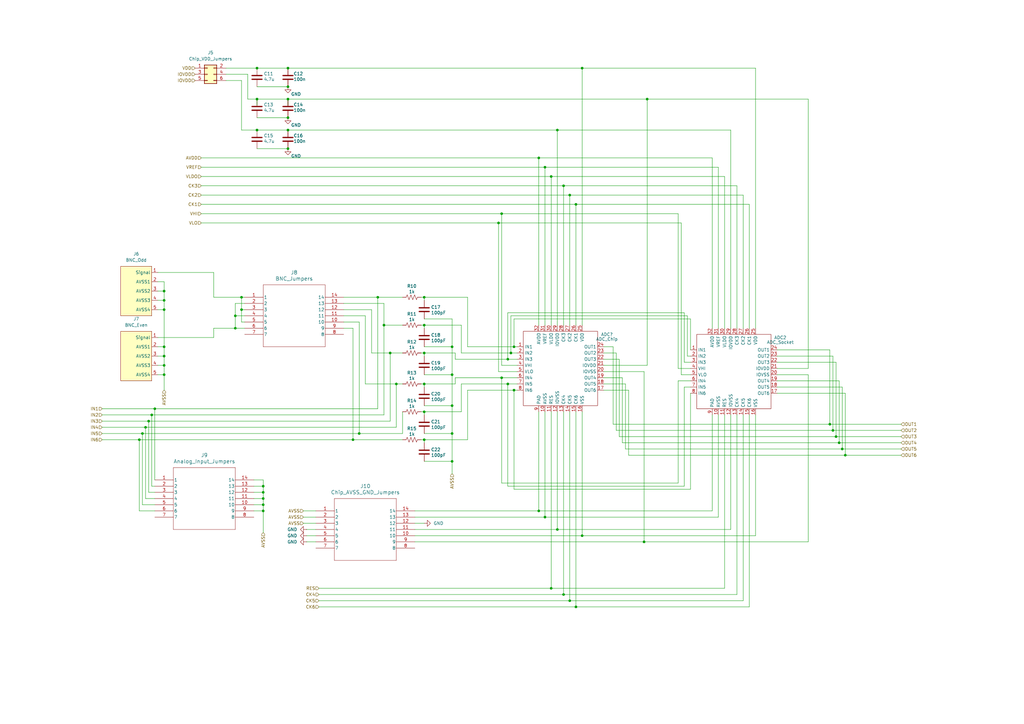
<source format=kicad_sch>
(kicad_sch (version 20231120) (generator "eeschema") (generator_version "8.0")
  (paper "A3")
  (title_block (title "ADC"))
  (lib_symbols
    (symbol "6x2Header:TSW-107-07-F-D" (pin_names (offset 0.254))
      (property "Reference" "J" (at 20.32 10.16 0))
      (property "Value" "TSW-107-07-F-D" (at 20.32 7.62 0))
      (symbol "TSW-107-07-F-D_1_1"
        (polyline (pts (xy 7.62 -20.32) (xy 33.02 -20.32)) (stroke (width 0.127)))
        (polyline (pts (xy 7.62 5.08) (xy 7.62 -20.32)) (stroke (width 0.127)))
        (polyline (pts (xy 33.02 -20.32) (xy 33.02 5.08)) (stroke (width 0.127)))
        (polyline (pts (xy 33.02 5.08) (xy 7.62 5.08)) (stroke (width 0.127)))
        (pin unspecified line (at 0 0 0) (length 7.62) (name "1") (number "1"))
        (pin unspecified line (at 40.64 -10.16 180) (length 7.62) (name "10") (number "10"))
        (pin unspecified line (at 40.64 -7.62 180) (length 7.62) (name "11") (number "11"))
        (pin unspecified line (at 40.64 -5.08 180) (length 7.62) (name "12") (number "12"))
        (pin unspecified line (at 40.64 -2.54 180) (length 7.62) (name "13") (number "13"))
        (pin unspecified line (at 40.64 0 180) (length 7.62) (name "14") (number "14"))
        (pin unspecified line (at 0 -2.54 0) (length 7.62) (name "2") (number "2"))
        (pin unspecified line (at 0 -5.08 0) (length 7.62) (name "3") (number "3"))
        (pin unspecified line (at 0 -7.62 0) (length 7.62) (name "4") (number "4"))
        (pin unspecified line (at 0 -10.16 0) (length 7.62) (name "5") (number "5"))
        (pin unspecified line (at 0 -12.7 0) (length 7.62) (name "6") (number "6"))
        (pin unspecified line (at 0 -15.24 0) (length 7.62) (name "7") (number "7"))
        (pin unspecified line (at 40.64 -15.24 180) (length 7.62) (name "8") (number "8"))
        (pin unspecified line (at 40.64 -12.7 180) (length 7.62) (name "9") (number "9"))
      )
    )
    (symbol "ADC:Chip"
      (property "Reference" "Chip" (at 0 0 0))
      (symbol "Chip_0_1"
        (rectangle (start -15.24 15.24) (end 15.24 -15.24))
      )
      (symbol "Chip_1_1"
        (pin input line (at -17.78 8.89 0) (length 2.54) (name "IN1") (number "1"))
        (pin input line (at -6.35 -17.78 90) (length 2.54) (name "AVSS") (number "10"))
        (pin input line (at -3.81 -17.78 90) (length 2.54) (name "RES") (number "11"))
        (pin input line (at -1.27 -17.78 90) (length 2.54) (name "IOVSS") (number "12"))
        (pin input line (at 1.27 -17.78 90) (length 2.54) (name "CK4") (number "13"))
        (pin input line (at 3.81 -17.78 90) (length 2.54) (name "CK5") (number "14"))
        (pin input line (at 6.35 -17.78 90) (length 2.54) (name "CK6") (number "15"))
        (pin input line (at 8.89 -17.78 90) (length 2.54) (name "VSS") (number "16"))
        (pin output line (at 17.78 -8.89 180) (length 2.54) (name "OUT6") (number "17"))
        (pin output line (at 17.78 -6.35 180) (length 2.54) (name "OUT5") (number "18"))
        (pin output line (at 17.78 -3.81 180) (length 2.54) (name "OUT4") (number "19"))
        (pin input line (at -17.78 6.35 0) (length 2.54) (name "IN2") (number "2"))
        (pin input line (at 17.78 -1.27 180) (length 2.54) (name "IOVSS") (number "20"))
        (pin input line (at 17.78 1.27 180) (length 2.54) (name "IOVDD") (number "21"))
        (pin output line (at 17.78 3.81 180) (length 2.54) (name "OUT3") (number "22"))
        (pin output line (at 17.78 6.35 180) (length 2.54) (name "OUT2") (number "23"))
        (pin output line (at 17.78 8.89 180) (length 2.54) (name "OUT1") (number "24"))
        (pin input line (at 8.89 17.78 270) (length 2.54) (name "VDD") (number "25"))
        (pin input line (at 6.35 17.78 270) (length 2.54) (name "CK1") (number "26"))
        (pin input line (at 3.81 17.78 270) (length 2.54) (name "CK2") (number "27"))
        (pin input line (at 1.27 17.78 270) (length 2.54) (name "CK3") (number "28"))
        (pin input line (at -1.27 17.78 270) (length 2.54) (name "IOVDD") (number "29"))
        (pin input line (at -17.78 3.81 0) (length 2.54) (name "IN3") (number "3"))
        (pin output line (at -3.81 17.78 270) (length 2.54) (name "VLDO") (number "30"))
        (pin input line (at -6.35 17.78 270) (length 2.54) (name "VREF") (number "31"))
        (pin input line (at -8.89 17.78 270) (length 2.54) (name "AVDD") (number "32"))
        (pin input line (at -17.78 1.27 0) (length 2.54) (name "VHI") (number "4"))
        (pin input line (at -17.78 -1.27 0) (length 2.54) (name "VLO") (number "5"))
        (pin input line (at -17.78 -3.81 0) (length 2.54) (name "IN4") (number "6"))
        (pin input line (at -17.78 -6.35 0) (length 2.54) (name "IN5") (number "7"))
        (pin input line (at -17.78 -8.89 0) (length 2.54) (name "IN6") (number "8"))
        (pin unspecified line (at -8.89 -17.78 90) (length 2.54) (name "PAD") (number "9"))
      )
    )
    (symbol "Connector_Generic:Conn_02x03_Odd_Even" (pin_names (offset 1.016) hide)
      (property "Reference" "J" (at 1.27 5.08 0))
      (property "Value" "Conn_02x03_Odd_Even" (at 1.27 -5.08 0))
      (symbol "Conn_02x03_Odd_Even_1_1"
        (rectangle (start -1.27 -2.413) (end 0 -2.667) (stroke (width 0.1524)))
        (rectangle (start -1.27 0.127) (end 0 -0.127) (stroke (width 0.1524)))
        (rectangle (start -1.27 2.667) (end 0 2.413) (stroke (width 0.1524)))
        (rectangle (start -1.27 3.81) (end 3.81 -3.81) (stroke (width 0.254)) (fill (type background)))
        (rectangle (start 3.81 -2.413) (end 2.54 -2.667) (stroke (width 0.1524)))
        (rectangle (start 3.81 0.127) (end 2.54 -0.127) (stroke (width 0.1524)))
        (rectangle (start 3.81 2.667) (end 2.54 2.413) (stroke (width 0.1524)))
        (pin passive line (at -5.08 2.54 0) (length 3.81) (name "Pin_1") (number "1"))
        (pin passive line (at 7.62 2.54 180) (length 3.81) (name "Pin_2") (number "2"))
        (pin passive line (at -5.08 0 0) (length 3.81) (name "Pin_3") (number "3"))
        (pin passive line (at 7.62 0 180) (length 3.81) (name "Pin_4") (number "4"))
        (pin passive line (at -5.08 -2.54 0) (length 3.81) (name "Pin_5") (number "5"))
        (pin passive line (at 7.62 -2.54 180) (length 3.81) (name "Pin_6") (number "6"))
      )
    )
    (symbol "Device:C" (pin_numbers hide) (pin_names (offset 0.254))
      (property "Reference" "C" (at 0.635 2.54 0))
      (property "Value" "C" (at 0.635 -2.54 0))
      (symbol "C_0_1"
        (polyline (pts (xy -2.032 -0.762) (xy 2.032 -0.762)) (stroke (width 0.508)))
        (polyline (pts (xy -2.032 0.762) (xy 2.032 0.762)) (stroke (width 0.508)))
      )
      (symbol "C_1_1"
        (pin passive line (at 0 3.81 270) (length 2.794) (name "~") (number "1"))
        (pin passive line (at 0 -3.81 90) (length 2.794) (name "~") (number "2"))
      )
    )
    (symbol "Device:R_US" (pin_numbers hide) (pin_names (offset 0))
      (property "Reference" "R" (at 2.54 0 90))
      (property "Value" "R_US" (at -2.54 0 90))
      (symbol "R_US_0_1"
        (polyline (pts (xy 0 -2.286) (xy 0 -2.54)))
        (polyline (pts (xy 0 2.286) (xy 0 2.54)))
        (polyline (pts (xy 0 -0.762) (xy 1.016 -1.143) (xy 0 -1.524) (xy -1.016 -1.905) (xy 0 -2.286)))
        (polyline (pts (xy 0 0.762) (xy 1.016 0.381) (xy 0 0) (xy -1.016 -0.381) (xy 0 -0.762)))
        (polyline (pts (xy 0 2.286) (xy 1.016 1.905) (xy 0 1.524) (xy -1.016 1.143) (xy 0 0.762)))
      )
      (symbol "R_US_1_1"
        (pin passive line (at 0 3.81 270) (length 1.27) (name "~") (number "1"))
        (pin passive line (at 0 -3.81 90) (length 1.27) (name "~") (number "2"))
      )
    )
    (symbol "bnc_mini_gnd:bnc_mini_gnd"
      (property "Reference" "J" (at 4.318 8.89 0))
      (symbol "bnc_mini_gnd_1_1"
        (rectangle (start -8.89 6.35) (end 3.81 -13.97) (fill (type background)))
        (pin output line (at 6.35 3.81 180) (length 2.54) (name "Signal") (number "1"))
        (pin output line (at 6.35 0 180) (length 2.54) (name "AVSS1") (number "2"))
        (pin output line (at 6.35 -3.81 180) (length 2.54) (name "AVSS2") (number "3"))
        (pin output line (at 6.35 -7.62 180) (length 2.54) (name "AVSS3") (number "4"))
        (pin output line (at 6.35 -11.43 180) (length 2.54) (name "AVSS4") (number "5"))
      )
    )
    (symbol "power:GND" (power) (pin_numbers hide) (pin_names (offset 0) hide)
      (property "Value" "GND" (at 0 -3.81 0))
      (symbol "GND_0_1"
        (polyline (pts (xy 0 0) (xy 0 -1.27) (xy 1.27 -1.27) (xy 0 -2.54) (xy -1.27 -1.27) (xy 0 -1.27)))
      )
      (symbol "GND_1_1"
        (pin power_in line (at 0 0 270) (length 0) (name "~") (number "1"))
      )
    )
  )
  (junction (at 67.31 127))
  (junction (at 154.94 121.92))
  (junction (at 105.41 40.64))
  (junction (at 147.32 177.8))
  (junction (at 67.31 153.67))
  (junction (at 236.22 83.82))
  (junction (at 160.02 144.78))
  (junction (at 210.82 160.02))
  (junction (at 173.99 180.34))
  (junction (at 63.5 167.64))
  (junction (at 231.14 243.84))
  (junction (at 173.99 168.91))
  (junction (at 238.76 219.71))
  (junction (at 59.69 175.26))
  (junction (at 208.28 157.48))
  (junction (at 220.98 209.55))
  (junction (at 233.68 246.38))
  (junction (at 107.95 209.55))
  (junction (at 99.06 121.92))
  (junction (at 185.42 177.8))
  (junction (at 118.11 40.64))
  (junction (at 208.28 147.32))
  (junction (at 118.11 35.56))
  (junction (at 340.36 173.99))
  (junction (at 223.52 212.09))
  (junction (at 228.6 217.17))
  (junction (at 107.95 207.01))
  (junction (at 226.06 241.3))
  (junction (at 185.42 166.37))
  (junction (at 67.31 146.05))
  (junction (at 118.11 48.26))
  (junction (at 107.95 204.47))
  (junction (at 173.99 144.78))
  (junction (at 220.98 64.77))
  (junction (at 209.55 144.78))
  (junction (at 185.42 189.23))
  (junction (at 205.74 87.63))
  (junction (at 226.06 72.39))
  (junction (at 185.42 142.24))
  (junction (at 107.95 199.39))
  (junction (at 144.78 180.34))
  (junction (at 236.22 248.92))
  (junction (at 67.31 119.38))
  (junction (at 342.9 179.07))
  (junction (at 264.16 222.25))
  (junction (at 118.11 53.34))
  (junction (at 118.11 27.94))
  (junction (at 346.71 186.69))
  (junction (at 231.14 76.2))
  (junction (at 118.11 60.96))
  (junction (at 96.52 134.62))
  (junction (at 107.95 201.93))
  (junction (at 210.82 142.24))
  (junction (at 204.47 91.44))
  (junction (at 67.31 149.86))
  (junction (at 58.42 177.8))
  (junction (at 173.99 133.35))
  (junction (at 228.6 53.34))
  (junction (at 105.41 27.94))
  (junction (at 233.68 80.01))
  (junction (at 223.52 68.58))
  (junction (at 60.96 172.72))
  (junction (at 62.23 170.18))
  (junction (at 345.44 184.15))
  (junction (at 67.31 123.19))
  (junction (at 99.06 127))
  (junction (at 57.15 180.34))
  (junction (at 105.41 53.34))
  (junction (at 265.43 40.64))
  (junction (at 173.99 121.92))
  (junction (at 67.31 142.24))
  (junction (at 185.42 153.67))
  (junction (at 162.56 157.48))
  (junction (at 205.74 154.94))
  (junction (at 157.48 133.35))
  (junction (at 173.99 157.48))
  (junction (at 238.76 27.94))
  (junction (at 341.63 176.53))
  (junction (at 96.52 129.54))
  (junction (at 344.17 181.61))
  (wire (pts (xy 170.18 209.55) (xy 220.98 209.55)))
  (wire (pts (xy 318.77 146.05) (xy 341.63 146.05)))
  (wire (pts (xy 63.5 167.64) (xy 63.5 196.85)))
  (wire (pts (xy 82.55 76.2) (xy 231.14 76.2)))
  (wire (pts (xy 223.52 68.58) (xy 223.52 133.35)))
  (wire (pts (xy 104.14 207.01) (xy 107.95 207.01)))
  (wire (pts (xy 307.34 83.82) (xy 307.34 134.62)))
  (wire (pts (xy 208.28 199.39) (xy 280.67 199.39)))
  (wire (pts (xy 118.11 40.64) (xy 118.11 43.18)))
  (wire (pts (xy 125.73 219.71) (xy 129.54 219.71)))
  (wire (pts (xy 162.56 157.48) (xy 162.56 175.26)))
  (wire (pts (xy 186.69 147.32) (xy 208.28 147.32)))
  (wire (pts (xy 173.99 142.24) (xy 185.42 142.24)))
  (wire (pts (xy 209.55 144.78) (xy 212.09 144.78)))
  (wire (pts (xy 41.91 177.8) (xy 58.42 177.8)))
  (wire (pts (xy 100.33 127) (xy 99.06 127)))
  (wire (pts (xy 57.15 209.55) (xy 63.5 209.55)))
  (wire (pts (xy 140.97 129.54) (xy 149.86 129.54)))
  (wire (pts (xy 247.65 157.48) (xy 256.54 157.48)))
  (wire (pts (xy 165.1 121.92) (xy 154.94 121.92)))
  (wire (pts (xy 299.72 53.34) (xy 228.6 53.34)))
  (wire (pts (xy 210.82 142.24) (xy 210.82 130.81)))
  (wire (pts (xy 254 147.32) (xy 254 179.07)))
  (wire (pts (xy 220.98 209.55) (xy 292.1 209.55)))
  (wire (pts (xy 283.21 200.66) (xy 283.21 161.29)))
  (wire (pts (xy 173.99 214.63) (xy 170.18 214.63)))
  (wire (pts (xy 60.96 201.93) (xy 63.5 201.93)))
  (wire (pts (xy 189.23 157.48) (xy 189.23 168.91)))
  (wire (pts (xy 185.42 153.67) (xy 185.42 166.37)))
  (wire (pts (xy 67.31 127) (xy 67.31 142.24)))
  (wire (pts (xy 226.06 72.39) (xy 226.06 133.35)))
  (wire (pts (xy 257.81 186.69) (xy 346.71 186.69)))
  (wire (pts (xy 264.16 222.25) (xy 331.47 222.25)))
  (wire (pts (xy 173.99 177.8) (xy 185.42 177.8)))
  (wire (pts (xy 209.55 129.54) (xy 281.94 129.54)))
  (wire (pts (xy 204.47 91.44) (xy 279.4 91.44)))
  (wire (pts (xy 346.71 161.29) (xy 346.71 186.69)))
  (wire (pts (xy 99.06 132.08) (xy 99.06 127)))
  (wire (pts (xy 344.17 181.61) (xy 369.57 181.61)))
  (wire (pts (xy 59.69 175.26) (xy 59.69 204.47)))
  (wire (pts (xy 100.33 124.46) (xy 96.52 124.46)))
  (wire (pts (xy 252.73 144.78) (xy 252.73 176.53)))
  (wire (pts (xy 165.1 168.91) (xy 165.1 177.8)))
  (wire (pts (xy 101.6 40.64) (xy 105.41 40.64)))
  (wire (pts (xy 186.69 154.94) (xy 205.74 154.94)))
  (wire (pts (xy 228.6 217.17) (xy 299.72 217.17)))
  (wire (pts (xy 41.91 175.26) (xy 59.69 175.26)))
  (wire (pts (xy 307.34 170.18) (xy 307.34 248.92)))
  (wire (pts (xy 318.77 153.67) (xy 331.47 153.67)))
  (wire (pts (xy 304.8 80.01) (xy 304.8 134.62)))
  (wire (pts (xy 67.31 146.05) (xy 67.31 149.86)))
  (wire (pts (xy 210.82 130.81) (xy 283.21 130.81)))
  (wire (pts (xy 231.14 243.84) (xy 302.26 243.84)))
  (wire (pts (xy 59.69 175.26) (xy 162.56 175.26)))
  (wire (pts (xy 265.43 40.64) (xy 118.11 40.64)))
  (wire (pts (xy 118.11 35.56) (xy 105.41 35.56)))
  (wire (pts (xy 107.95 196.85) (xy 107.95 199.39)))
  (wire (pts (xy 342.9 148.59) (xy 342.9 179.07)))
  (wire (pts (xy 208.28 157.48) (xy 208.28 199.39)))
  (wire (pts (xy 281.94 129.54) (xy 281.94 146.05)))
  (wire (pts (xy 87.63 138.43) (xy 87.63 134.62)))
  (wire (pts (xy 205.74 154.94) (xy 205.74 198.12)))
  (wire (pts (xy 60.96 172.72) (xy 60.96 201.93)))
  (wire (pts (xy 247.65 160.02) (xy 257.81 160.02)))
  (wire (pts (xy 191.77 160.02) (xy 191.77 180.34)))
  (wire (pts (xy 302.26 170.18) (xy 302.26 243.84)))
  (wire (pts (xy 41.91 170.18) (xy 62.23 170.18)))
  (wire (pts (xy 247.65 149.86) (xy 265.43 149.86)))
  (wire (pts (xy 67.31 149.86) (xy 67.31 153.67)))
  (wire (pts (xy 226.06 168.91) (xy 226.06 241.3)))
  (wire (pts (xy 223.52 68.58) (xy 294.64 68.58)))
  (wire (pts (xy 309.88 170.18) (xy 309.88 219.71)))
  (wire (pts (xy 204.47 152.4) (xy 212.09 152.4)))
  (wire (pts (xy 170.18 222.25) (xy 264.16 222.25)))
  (wire (pts (xy 318.77 148.59) (xy 342.9 148.59)))
  (wire (pts (xy 172.72 180.34) (xy 173.99 180.34)))
  (wire (pts (xy 341.63 176.53) (xy 369.57 176.53)))
  (wire (pts (xy 140.97 121.92) (xy 154.94 121.92)))
  (wire (pts (xy 223.52 168.91) (xy 223.52 212.09)))
  (wire (pts (xy 130.81 248.92) (xy 236.22 248.92)))
  (wire (pts (xy 318.77 156.21) (xy 344.17 156.21)))
  (wire (pts (xy 165.1 157.48) (xy 162.56 157.48)))
  (wire (pts (xy 185.42 130.81) (xy 185.42 142.24)))
  (wire (pts (xy 331.47 151.13) (xy 331.47 40.64)))
  (wire (pts (xy 191.77 142.24) (xy 191.77 121.92)))
  (wire (pts (xy 238.76 219.71) (xy 309.88 219.71)))
  (wire (pts (xy 297.18 170.18) (xy 297.18 241.3)))
  (wire (pts (xy 58.42 177.8) (xy 147.32 177.8)))
  (wire (pts (xy 165.1 144.78) (xy 160.02 144.78)))
  (wire (pts (xy 238.76 27.94) (xy 238.76 133.35)))
  (wire (pts (xy 165.1 177.8) (xy 147.32 177.8)))
  (wire (pts (xy 331.47 222.25) (xy 331.47 153.67)))
  (wire (pts (xy 107.95 201.93) (xy 107.95 204.47)))
  (wire (pts (xy 130.81 246.38) (xy 233.68 246.38)))
  (wire (pts (xy 186.69 157.48) (xy 173.99 157.48)))
  (wire (pts (xy 254 179.07) (xy 342.9 179.07)))
  (wire (pts (xy 256.54 184.15) (xy 345.44 184.15)))
  (wire (pts (xy 104.14 199.39) (xy 107.95 199.39)))
  (wire (pts (xy 231.14 76.2) (xy 302.26 76.2)))
  (wire (pts (xy 205.74 87.63) (xy 278.13 87.63)))
  (wire (pts (xy 309.88 27.94) (xy 238.76 27.94)))
  (wire (pts (xy 331.47 40.64) (xy 265.43 40.64)))
  (wire (pts (xy 92.71 30.48) (xy 101.6 30.48)))
  (wire (pts (xy 292.1 64.77) (xy 292.1 134.62)))
  (wire (pts (xy 152.4 144.78) (xy 160.02 144.78)))
  (wire (pts (xy 210.82 160.02) (xy 210.82 200.66)))
  (wire (pts (xy 140.97 132.08) (xy 147.32 132.08)))
  (wire (pts (xy 64.77 123.19) (xy 67.31 123.19)))
  (wire (pts (xy 265.43 40.64) (xy 265.43 149.86)))
  (wire (pts (xy 41.91 180.34) (xy 57.15 180.34)))
  (wire (pts (xy 238.76 27.94) (xy 118.11 27.94)))
  (wire (pts (xy 64.77 149.86) (xy 67.31 149.86)))
  (wire (pts (xy 62.23 199.39) (xy 63.5 199.39)))
  (wire (pts (xy 294.64 212.09) (xy 294.64 170.18)))
  (wire (pts (xy 208.28 157.48) (xy 212.09 157.48)))
  (wire (pts (xy 82.55 83.82) (xy 236.22 83.82)))
  (wire (pts (xy 185.42 166.37) (xy 185.42 177.8)))
  (wire (pts (xy 64.77 146.05) (xy 67.31 146.05)))
  (wire (pts (xy 345.44 158.75) (xy 345.44 184.15)))
  (wire (pts (xy 172.72 121.92) (xy 173.99 121.92)))
  (wire (pts (xy 280.67 148.59) (xy 280.67 128.27)))
  (wire (pts (xy 154.94 121.92) (xy 154.94 167.64)))
  (wire (pts (xy 87.63 121.92) (xy 99.06 121.92)))
  (wire (pts (xy 105.41 53.34) (xy 118.11 53.34)))
  (wire (pts (xy 173.99 153.67) (xy 185.42 153.67)))
  (wire (pts (xy 191.77 180.34) (xy 173.99 180.34)))
  (wire (pts (xy 189.23 144.78) (xy 189.23 133.35)))
  (wire (pts (xy 118.11 48.26) (xy 105.41 48.26)))
  (wire (pts (xy 205.74 87.63) (xy 205.74 149.86)))
  (wire (pts (xy 107.95 199.39) (xy 107.95 201.93)))
  (wire (pts (xy 41.91 172.72) (xy 60.96 172.72)))
  (wire (pts (xy 255.27 154.94) (xy 255.27 181.61)))
  (wire (pts (xy 57.15 180.34) (xy 57.15 209.55)))
  (wire (pts (xy 60.96 172.72) (xy 160.02 172.72)))
  (wire (pts (xy 149.86 129.54) (xy 149.86 157.48)))
  (wire (pts (xy 280.67 128.27) (xy 208.28 128.27)))
  (wire (pts (xy 255.27 181.61) (xy 344.17 181.61)))
  (wire (pts (xy 318.77 158.75) (xy 345.44 158.75)))
  (wire (pts (xy 247.65 147.32) (xy 254 147.32)))
  (wire (pts (xy 278.13 151.13) (xy 283.21 151.13)))
  (wire (pts (xy 172.72 157.48) (xy 173.99 157.48)))
  (wire (pts (xy 252.73 176.53) (xy 341.63 176.53)))
  (wire (pts (xy 82.55 91.44) (xy 204.47 91.44)))
  (wire (pts (xy 299.72 170.18) (xy 299.72 217.17)))
  (wire (pts (xy 186.69 147.32) (xy 186.69 144.78)))
  (wire (pts (xy 278.13 87.63) (xy 278.13 151.13)))
  (wire (pts (xy 144.78 180.34) (xy 165.1 180.34)))
  (wire (pts (xy 318.77 151.13) (xy 331.47 151.13)))
  (wire (pts (xy 283.21 148.59) (xy 280.67 148.59)))
  (wire (pts (xy 147.32 132.08) (xy 147.32 177.8)))
  (wire (pts (xy 62.23 170.18) (xy 157.48 170.18)))
  (wire (pts (xy 247.65 142.24) (xy 251.46 142.24)))
  (wire (pts (xy 238.76 168.91) (xy 238.76 219.71)))
  (wire (pts (xy 82.55 72.39) (xy 226.06 72.39)))
  (wire (pts (xy 172.72 133.35) (xy 173.99 133.35)))
  (wire (pts (xy 233.68 80.01) (xy 233.68 133.35)))
  (wire (pts (xy 82.55 87.63) (xy 205.74 87.63)))
  (wire (pts (xy 62.23 170.18) (xy 62.23 199.39)))
  (wire (pts (xy 172.72 144.78) (xy 173.99 144.78)))
  (wire (pts (xy 67.31 142.24) (xy 67.31 146.05)))
  (wire (pts (xy 205.74 154.94) (xy 212.09 154.94)))
  (wire (pts (xy 124.46 214.63) (xy 129.54 214.63)))
  (wire (pts (xy 231.14 168.91) (xy 231.14 243.84)))
  (wire (pts (xy 304.8 246.38) (xy 233.68 246.38)))
  (wire (pts (xy 257.81 160.02) (xy 257.81 186.69)))
  (wire (pts (xy 185.42 142.24) (xy 185.42 153.67)))
  (wire (pts (xy 186.69 154.94) (xy 186.69 157.48)))
  (wire (pts (xy 236.22 83.82) (xy 236.22 133.35)))
  (wire (pts (xy 223.52 212.09) (xy 294.64 212.09)))
  (wire (pts (xy 233.68 168.91) (xy 233.68 246.38)))
  (wire (pts (xy 173.99 168.91) (xy 173.99 170.18)))
  (wire (pts (xy 186.69 144.78) (xy 173.99 144.78)))
  (wire (pts (xy 228.6 168.91) (xy 228.6 217.17)))
  (wire (pts (xy 173.99 133.35) (xy 173.99 134.62)))
  (wire (pts (xy 104.14 201.93) (xy 107.95 201.93)))
  (wire (pts (xy 125.73 222.25) (xy 129.54 222.25)))
  (wire (pts (xy 283.21 130.81) (xy 283.21 143.51)))
  (wire (pts (xy 160.02 144.78) (xy 160.02 172.72)))
  (wire (pts (xy 67.31 119.38) (xy 67.31 123.19)))
  (wire (pts (xy 87.63 134.62) (xy 96.52 134.62)))
  (wire (pts (xy 302.26 76.2) (xy 302.26 134.62)))
  (wire (pts (xy 294.64 68.58) (xy 294.64 134.62)))
  (wire (pts (xy 99.06 53.34) (xy 105.41 53.34)))
  (wire (pts (xy 340.36 143.51) (xy 340.36 173.99)))
  (wire (pts (xy 251.46 142.24) (xy 251.46 173.99)))
  (wire (pts (xy 63.5 167.64) (xy 154.94 167.64)))
  (wire (pts (xy 82.55 64.77) (xy 220.98 64.77)))
  (wire (pts (xy 64.77 115.57) (xy 67.31 115.57)))
  (wire (pts (xy 130.81 243.84) (xy 231.14 243.84)))
  (wire (pts (xy 99.06 33.02) (xy 99.06 53.34)))
  (wire (pts (xy 170.18 219.71) (xy 238.76 219.71)))
  (wire (pts (xy 99.06 121.92) (xy 100.33 121.92)))
  (wire (pts (xy 82.55 80.01) (xy 233.68 80.01)))
  (wire (pts (xy 281.94 146.05) (xy 283.21 146.05)))
  (wire (pts (xy 173.99 121.92) (xy 191.77 121.92)))
  (wire (pts (xy 105.41 27.94) (xy 118.11 27.94)))
  (wire (pts (xy 340.36 173.99) (xy 369.57 173.99)))
  (wire (pts (xy 278.13 198.12) (xy 278.13 156.21)))
  (wire (pts (xy 279.4 153.67) (xy 283.21 153.67)))
  (wire (pts (xy 173.99 189.23) (xy 185.42 189.23)))
  (wire (pts (xy 173.99 133.35) (xy 189.23 133.35)))
  (wire (pts (xy 226.06 241.3) (xy 297.18 241.3)))
  (wire (pts (xy 304.8 170.18) (xy 304.8 246.38)))
  (wire (pts (xy 299.72 53.34) (xy 299.72 134.62)))
  (wire (pts (xy 236.22 83.82) (xy 307.34 83.82)))
  (wire (pts (xy 170.18 212.09) (xy 223.52 212.09)))
  (wire (pts (xy 64.77 111.76) (xy 87.63 111.76)))
  (wire (pts (xy 140.97 127) (xy 152.4 127)))
  (wire (pts (xy 149.86 157.48) (xy 162.56 157.48)))
  (wire (pts (xy 189.23 157.48) (xy 208.28 157.48)))
  (wire (pts (xy 58.42 177.8) (xy 58.42 207.01)))
  (wire (pts (xy 130.81 241.3) (xy 226.06 241.3)))
  (wire (pts (xy 107.95 209.55) (xy 107.95 218.44)))
  (wire (pts (xy 247.65 144.78) (xy 252.73 144.78)))
  (wire (pts (xy 173.99 157.48) (xy 173.99 158.75)))
  (wire (pts (xy 341.63 146.05) (xy 341.63 176.53)))
  (wire (pts (xy 157.48 133.35) (xy 157.48 170.18)))
  (wire (pts (xy 92.71 27.94) (xy 105.41 27.94)))
  (wire (pts (xy 165.1 133.35) (xy 157.48 133.35)))
  (wire (pts (xy 105.41 40.64) (xy 105.41 43.18)))
  (wire (pts (xy 204.47 91.44) (xy 204.47 152.4)))
  (wire (pts (xy 247.65 154.94) (xy 255.27 154.94)))
  (wire (pts (xy 92.71 33.02) (xy 99.06 33.02)))
  (wire (pts (xy 152.4 127) (xy 152.4 144.78)))
  (wire (pts (xy 264.16 152.4) (xy 264.16 222.25)))
  (wire (pts (xy 101.6 30.48) (xy 101.6 40.64)))
  (wire (pts (xy 64.77 119.38) (xy 67.31 119.38)))
  (wire (pts (xy 173.99 180.34) (xy 173.99 181.61)))
  (wire (pts (xy 173.99 166.37) (xy 185.42 166.37)))
  (wire (pts (xy 208.28 147.32) (xy 212.09 147.32)))
  (wire (pts (xy 279.4 91.44) (xy 279.4 153.67)))
  (wire (pts (xy 82.55 68.58) (xy 223.52 68.58)))
  (wire (pts (xy 247.65 152.4) (xy 264.16 152.4)))
  (wire (pts (xy 100.33 132.08) (xy 99.06 132.08)))
  (wire (pts (xy 99.06 127) (xy 99.06 121.92)))
  (wire (pts (xy 233.68 80.01) (xy 304.8 80.01)))
  (wire (pts (xy 345.44 184.15) (xy 369.57 184.15)))
  (wire (pts (xy 64.77 142.24) (xy 67.31 142.24)))
  (wire (pts (xy 226.06 72.39) (xy 297.18 72.39)))
  (wire (pts (xy 209.55 144.78) (xy 209.55 129.54)))
  (wire (pts (xy 292.1 170.18) (xy 292.1 209.55)))
  (wire (pts (xy 64.77 127) (xy 67.31 127)))
  (wire (pts (xy 189.23 168.91) (xy 173.99 168.91)))
  (wire (pts (xy 64.77 153.67) (xy 67.31 153.67)))
  (wire (pts (xy 107.95 204.47) (xy 107.95 207.01)))
  (wire (pts (xy 318.77 161.29) (xy 346.71 161.29)))
  (wire (pts (xy 210.82 160.02) (xy 212.09 160.02)))
  (wire (pts (xy 67.31 153.67) (xy 67.31 160.02)))
  (wire (pts (xy 318.77 143.51) (xy 340.36 143.51)))
  (wire (pts (xy 297.18 72.39) (xy 297.18 134.62)))
  (wire (pts (xy 280.67 158.75) (xy 283.21 158.75)))
  (wire (pts (xy 210.82 142.24) (xy 212.09 142.24)))
  (wire (pts (xy 280.67 199.39) (xy 280.67 158.75)))
  (wire (pts (xy 173.99 130.81) (xy 185.42 130.81)))
  (wire (pts (xy 205.74 149.86) (xy 212.09 149.86)))
  (wire (pts (xy 170.18 217.17) (xy 228.6 217.17)))
  (wire (pts (xy 105.41 40.64) (xy 118.11 40.64)))
  (wire (pts (xy 140.97 124.46) (xy 157.48 124.46)))
  (wire (pts (xy 210.82 200.66) (xy 283.21 200.66)))
  (wire (pts (xy 87.63 111.76) (xy 87.63 121.92)))
  (wire (pts (xy 185.42 177.8) (xy 185.42 189.23)))
  (wire (pts (xy 104.14 196.85) (xy 107.95 196.85)))
  (wire (pts (xy 228.6 53.34) (xy 228.6 133.35)))
  (wire (pts (xy 96.52 129.54) (xy 100.33 129.54)))
  (wire (pts (xy 124.46 209.55) (xy 129.54 209.55)))
  (wire (pts (xy 208.28 128.27) (xy 208.28 147.32)))
  (wire (pts (xy 231.14 76.2) (xy 231.14 133.35)))
  (wire (pts (xy 64.77 138.43) (xy 87.63 138.43)))
  (wire (pts (xy 191.77 142.24) (xy 210.82 142.24)))
  (wire (pts (xy 342.9 179.07) (xy 369.57 179.07)))
  (wire (pts (xy 140.97 134.62) (xy 144.78 134.62)))
  (wire (pts (xy 104.14 204.47) (xy 107.95 204.47)))
  (wire (pts (xy 278.13 156.21) (xy 283.21 156.21)))
  (wire (pts (xy 144.78 134.62) (xy 144.78 180.34)))
  (wire (pts (xy 228.6 53.34) (xy 118.11 53.34)))
  (wire (pts (xy 59.69 204.47) (xy 63.5 204.47)))
  (wire (pts (xy 191.77 160.02) (xy 210.82 160.02)))
  (wire (pts (xy 185.42 189.23) (xy 185.42 194.31)))
  (wire (pts (xy 173.99 121.92) (xy 173.99 123.19)))
  (wire (pts (xy 67.31 123.19) (xy 67.31 127)))
  (wire (pts (xy 344.17 156.21) (xy 344.17 181.61)))
  (wire (pts (xy 124.46 212.09) (xy 129.54 212.09)))
  (wire (pts (xy 96.52 129.54) (xy 96.52 134.62)))
  (wire (pts (xy 96.52 134.62) (xy 100.33 134.62)))
  (wire (pts (xy 172.72 168.91) (xy 173.99 168.91)))
  (wire (pts (xy 41.91 167.64) (xy 63.5 167.64)))
  (wire (pts (xy 189.23 144.78) (xy 209.55 144.78)))
  (wire (pts (xy 205.74 198.12) (xy 278.13 198.12)))
  (wire (pts (xy 173.99 144.78) (xy 173.99 146.05)))
  (wire (pts (xy 96.52 124.46) (xy 96.52 129.54)))
  (wire (pts (xy 251.46 173.99) (xy 340.36 173.99)))
  (wire (pts (xy 256.54 157.48) (xy 256.54 184.15)))
  (wire (pts (xy 104.14 209.55) (xy 107.95 209.55)))
  (wire (pts (xy 157.48 124.46) (xy 157.48 133.35)))
  (wire (pts (xy 125.73 217.17) (xy 129.54 217.17)))
  (wire (pts (xy 67.31 115.57) (xy 67.31 119.38)))
  (wire (pts (xy 236.22 168.91) (xy 236.22 248.92)))
  (wire (pts (xy 107.95 207.01) (xy 107.95 209.55)))
  (wire (pts (xy 118.11 60.96) (xy 105.41 60.96)))
  (wire (pts (xy 309.88 27.94) (xy 309.88 134.62)))
  (wire (pts (xy 220.98 64.77) (xy 220.98 133.35)))
  (wire (pts (xy 58.42 207.01) (xy 63.5 207.01)))
  (wire (pts (xy 220.98 168.91) (xy 220.98 209.55)))
  (wire (pts (xy 57.15 180.34) (xy 144.78 180.34)))
  (wire (pts (xy 220.98 64.77) (xy 292.1 64.77)))
  (wire (pts (xy 346.71 186.69) (xy 369.57 186.69)))
  (wire (pts (xy 236.22 248.92) (xy 307.34 248.92)))
  (hierarchical_label "CK1" (shape input) (at 82.55 83.82 180))
  (hierarchical_label "IN1" (shape input) (at 41.91 167.64 180))
  (hierarchical_label "VLO" (shape input) (at 82.55 91.44 180))
  (hierarchical_label "RES" (shape input) (at 130.81 241.3 180))
  (hierarchical_label "OUT3" (shape input) (at 369.57 179.07 0))
  (hierarchical_label "IN5" (shape input) (at 41.91 177.8 180))
  (hierarchical_label "AVSS" (shape input) (at 124.46 214.63 180))
  (hierarchical_label "IN6" (shape input) (at 41.91 180.34 180))
  (hierarchical_label "CK4" (shape input) (at 130.81 243.84 180))
  (hierarchical_label "CK5" (shape input) (at 130.81 246.38 180))
  (hierarchical_label "IN4" (shape input) (at 41.91 175.26 180))
  (hierarchical_label "CK2" (shape input) (at 82.55 80.01 180))
  (hierarchical_label "AVDD" (shape input) (at 82.55 64.77 180))
  (hierarchical_label "CK6" (shape input) (at 130.81 248.92 180))
  (hierarchical_label "OUT2" (shape input) (at 369.57 176.53 0))
  (hierarchical_label "CK3" (shape input) (at 82.55 76.2 180))
  (hierarchical_label "IOVDD" (shape input) (at 80.01 30.48 180))
  (hierarchical_label "OUT4" (shape input) (at 369.57 181.61 0))
  (hierarchical_label "OUT5" (shape input) (at 369.57 184.15 0))
  (hierarchical_label "VHI" (shape input) (at 82.55 87.63 180))
  (hierarchical_label "IN3" (shape input) (at 41.91 172.72 180))
  (hierarchical_label "AVSS" (shape input) (at 124.46 212.09 180))
  (hierarchical_label "IOVDD" (shape input) (at 80.01 33.02 180))
  (hierarchical_label "AVSS" (shape input) (at 107.95 218.44 270))
  (hierarchical_label "VREF" (shape input) (at 82.55 68.58 180))
  (hierarchical_label "AVSS" (shape input) (at 124.46 209.55 180))
  (hierarchical_label "AVSS" (shape input) (at 67.31 160.02 270))
  (hierarchical_label "IN2" (shape input) (at 41.91 170.18 180))
  (hierarchical_label "AVSS" (shape input) (at 185.42 194.31 270))
  (hierarchical_label "OUT6" (shape input) (at 369.57 186.69 0))
  (hierarchical_label "VDD" (shape input) (at 80.01 27.94 180))
  (hierarchical_label "VLDO" (shape input) (at 82.55 72.39 180))
  (hierarchical_label "OUT1" (shape input) (at 369.57 173.99 0))
  (symbol (lib_id "Connector_Generic:Conn_02x03_Odd_Even") (at 85.09 30.48 0) (unit 1)
    (property "Reference" "J5" (at 86.36 21.59 0))
    (property "Value" "Chip_VDD_Jumpers" (at 86.36 24.13 0))
    (property "Footprint" "Connector_PinHeader_2.54mm:PinHeader_2x03_P2.54mm_Vertical" (effects (hide yes)))
    (property "Description" "Generic connector, double row, 02x03, odd/even pin numbering scheme (row 1 odd numbers, row 2 even numbers), script generated (kicad-library-utils/schlib/autogen/connector/)" (effects (hide yes)))
  )
  (symbol (lib_id "bnc_mini_gnd:bnc_mini_gnd") (at 58.42 115.57 0) (unit 1)
    (property "Reference" "J6" (at 55.88 104.14 0))
    (property "Value" "BNC_Odd" (at 55.88 106.68 0))
    (property "Footprint" "ECE628_lib:bnc_mini_gnd" (effects (hide yes)))
  )
  (symbol (lib_id "6x2Header:TSW-107-07-F-D") (at 129.54 209.55 0) (unit 1) (exclude_from_sim yes)
    (property "Reference" "J10" (at 149.86 199.39 0) (effects (font (size 1.524 1.524))))
    (property "Value" "Chip_AVSS_GND_Jumpers" (at 149.86 201.93 0) (effects (font (size 1.524 1.524))))
    (property "Footprint" "ECE628_lib:6x2header" (effects (hide yes)))
    (property "Datasheet" "TSW-107-07-F-D" (effects (hide yes)))
  )
  (symbol (lib_id "power:GND") (at 125.73 222.25 270) (unit 1)
    (property "Reference" "#PWR017" (effects (hide yes)))
    (property "Value" "GND" (at 121.92 222.2499 90) (effects (justify right)))
    (property "Description" "Power symbol creates a global label with name \"GND\" , ground" (effects (hide yes)))
  )
  (symbol (lib_id "Device:R_US") (at 168.91 168.91 90) (unit 1)
    (property "Reference" "R14" (at 168.91 164.338 90))
    (property "Value" "1k" (at 168.91 166.624 90))
    (property "Description" "Resistor, US symbol" (effects (hide yes)))
  )
  (symbol (lib_id "Device:R_US") (at 168.91 133.35 90) (unit 1)
    (property "Reference" "R11" (at 168.91 128.778 90))
    (property "Value" "1k" (at 168.91 131.064 90))
    (property "Description" "Resistor, US symbol" (effects (hide yes)))
  )
  (symbol (lib_id "Device:R_US") (at 168.91 157.48 90) (unit 1)
    (property "Reference" "R13" (at 168.91 152.908 90))
    (property "Value" "1k" (at 168.91 155.194 90))
    (property "Description" "Resistor, US symbol" (effects (hide yes)))
  )
  (symbol (lib_id "Device:C") (at 173.99 173.99 0) (unit 1)
    (property "Reference" "C21" (at 176.784 172.974 0) (effects (justify left)))
    (property "Value" "100pF" (at 176.784 175.26 0) (effects (justify left)))
    (property "Footprint" "cap100pFFootprints:G-033_MUR" (effects (hide yes)))
    (property "Description" "Unpolarized capacitor" (effects (hide yes)))
  )
  (symbol (lib_id "Device:C") (at 173.99 185.42 0) (unit 1)
    (property "Reference" "C22" (at 176.784 184.404 0) (effects (justify left)))
    (property "Value" "100pF" (at 176.784 186.69 0) (effects (justify left)))
    (property "Footprint" "cap100pFFootprints:G-033_MUR" (effects (hide yes)))
    (property "Description" "Unpolarized capacitor" (effects (hide yes)))
  )
  (symbol (lib_id "power:GND") (at 118.11 60.96 0) (unit 1)
    (property "Reference" "#PWR022" (effects (hide yes)))
    (property "Value" "GND" (at 121.412 64.008 0))
    (property "Description" "Power symbol creates a global label with name \"GND\" , ground" (effects (hide yes)))
  )
  (symbol (lib_id "power:GND") (at 173.99 214.63 90) (unit 1)
    (property "Reference" "#PWR0101" (effects (hide yes)))
    (property "Value" "GND" (at 177.8 214.6301 90) (effects (justify right)))
    (property "Description" "Power symbol creates a global label with name \"GND\" , ground" (effects (hide yes)))
  )
  (symbol (lib_id "Device:C") (at 105.41 57.15 0) (unit 1)
    (property "Reference" "C15" (at 108.204 55.626 0) (effects (justify left)))
    (property "Value" "4.7u" (at 108.204 57.912 0) (effects (justify left)))
    (property "Footprint" "Capacitor_SMD:C_0603_1608Metric" (effects (hide yes)))
    (property "Description" "Unpolarized capacitor" (effects (hide yes)))
  )
  (symbol (lib_id "Device:C") (at 173.99 127 0) (unit 1)
    (property "Reference" "C17" (at 176.784 125.984 0) (effects (justify left)))
    (property "Value" "100pF" (at 176.784 128.27 0) (effects (justify left)))
    (property "Footprint" "cap100pFFootprints:G-033_MUR" (effects (hide yes)))
    (property "Description" "Unpolarized capacitor" (effects (hide yes)))
  )
  (symbol (lib_id "bnc_mini_gnd:bnc_mini_gnd") (at 58.42 142.24 0) (unit 1)
    (property "Reference" "J7" (at 55.88 130.81 0))
    (property "Value" "BNC_Even" (at 55.88 133.35 0))
    (property "Footprint" "ECE628_lib:bnc_mini_gnd" (effects (hide yes)))
  )
  (symbol (lib_id "6x2Header:TSW-107-07-F-D") (at 100.33 121.92 0) (unit 1) (exclude_from_sim yes)
    (property "Reference" "J8" (at 120.65 111.76 0) (effects (font (size 1.524 1.524))))
    (property "Value" "BNC_Jumpers" (at 120.65 114.3 0) (effects (font (size 1.524 1.524))))
    (property "Footprint" "TSW-107-07-G-D_SAI" (effects (hide yes)))
    (property "Datasheet" "TSW-107-07-F-D" (effects (hide yes)))
  )
  (symbol (lib_id "Device:C") (at 118.11 57.15 0) (unit 1)
    (property "Reference" "C16" (at 120.396 55.626 0) (effects (justify left)))
    (property "Value" "100n" (at 120.396 57.912 0) (effects (justify left)))
    (property "Footprint" "Capacitor_SMD:C_0402_1005Metric" (effects (hide yes)))
    (property "Description" "Unpolarized capacitor" (effects (hide yes)))
  )
  (symbol (lib_id "Device:C") (at 118.11 31.75 0) (unit 1)
    (property "Reference" "C12" (at 120.396 30.226 0) (effects (justify left)))
    (property "Value" "100n" (at 120.396 32.512 0) (effects (justify left)))
    (property "Footprint" "Capacitor_SMD:C_0402_1005Metric" (effects (hide yes)))
    (property "Description" "Unpolarized capacitor" (effects (hide yes)))
  )
  (symbol (lib_id "6x2Header:TSW-107-07-F-D") (at 63.5 196.85 0) (unit 1) (exclude_from_sim yes)
    (property "Reference" "J9" (at 83.82 186.69 0) (effects (font (size 1.524 1.524))))
    (property "Value" "Analog_Input_Jumpers" (at 83.82 189.23 0) (effects (font (size 1.524 1.524))))
    (property "Footprint" "TSW-107-07-G-D_SAI" (effects (hide yes)))
    (property "Datasheet" "TSW-107-07-F-D" (effects (hide yes)))
  )
  (symbol (lib_id "Device:C") (at 105.41 44.45 0) (unit 1)
    (property "Reference" "C13" (at 108.204 42.926 0) (effects (justify left)))
    (property "Value" "4.7u" (at 108.204 45.212 0) (effects (justify left)))
    (property "Footprint" "Capacitor_SMD:C_0603_1608Metric" (effects (hide yes)))
    (property "Description" "Unpolarized capacitor" (effects (hide yes)))
  )
  (symbol (lib_id "Device:C") (at 173.99 138.43 0) (unit 1)
    (property "Reference" "C18" (at 176.784 137.414 0) (effects (justify left)))
    (property "Value" "100pF" (at 176.784 139.7 0) (effects (justify left)))
    (property "Footprint" "cap100pFFootprints:G-033_MUR" (effects (hide yes)))
    (property "Description" "Unpolarized capacitor" (effects (hide yes)))
  )
  (symbol (lib_id "power:GND") (at 118.11 48.26 0) (unit 1)
    (property "Reference" "#PWR021" (effects (hide yes)))
    (property "Value" "GND" (at 121.412 51.308 0))
    (property "Description" "Power symbol creates a global label with name \"GND\" , ground" (effects (hide yes)))
  )
  (symbol (lib_id "Device:C") (at 118.11 44.45 0) (unit 1)
    (property "Reference" "C14" (at 120.396 42.926 0) (effects (justify left)))
    (property "Value" "100n" (at 120.396 45.212 0) (effects (justify left)))
    (property "Footprint" "Capacitor_SMD:C_0402_1005Metric" (effects (hide yes)))
    (property "Description" "Unpolarized capacitor" (effects (hide yes)))
  )
  (symbol (lib_id "Device:C") (at 105.41 31.75 0) (unit 1)
    (property "Reference" "C11" (at 108.204 30.226 0) (effects (justify left)))
    (property "Value" "4.7u" (at 108.204 32.512 0) (effects (justify left)))
    (property "Footprint" "Capacitor_SMD:C_0603_1608Metric" (effects (hide yes)))
    (property "Description" "Unpolarized capacitor" (effects (hide yes)))
  )
  (symbol (lib_id "Device:R_US") (at 168.91 180.34 90) (unit 1)
    (property "Reference" "R15" (at 168.91 175.768 90))
    (property "Value" "1k" (at 168.91 178.054 90))
    (property "Description" "Resistor, US symbol" (effects (hide yes)))
  )
  (symbol (lib_id "Device:C") (at 173.99 162.56 0) (unit 1)
    (property "Reference" "C20" (at 176.784 161.544 0) (effects (justify left)))
    (property "Value" "100pF" (at 176.784 163.83 0) (effects (justify left)))
    (property "Footprint" "cap100pFFootprints:G-033_MUR" (effects (hide yes)))
    (property "Description" "Unpolarized capacitor" (effects (hide yes)))
  )
  (symbol (lib_id "power:GND") (at 118.11 35.56 0) (unit 1)
    (property "Reference" "#PWR020" (effects (hide yes)))
    (property "Value" "GND" (at 121.412 38.608 0))
    (property "Description" "Power symbol creates a global label with name \"GND\" , ground" (effects (hide yes)))
  )
  (symbol (lib_id "power:GND") (at 125.73 219.71 270) (unit 1)
    (property "Reference" "#PWR016" (effects (hide yes)))
    (property "Value" "GND" (at 121.92 219.7099 90) (effects (justify right)))
    (property "Description" "Power symbol creates a global label with name \"GND\" , ground" (effects (hide yes)))
  )
  (symbol (lib_id "ADC:Chip") (at 229.87 151.13 0) (unit 1) (exclude_from_sim yes) (in_bom no)
    (property "Reference" "ADC?" (at 248.92 137.1914 0))
    (property "Value" "ADC_Chip" (at 248.92 139.0965 0))
    (property "Footprint" "Package_DFN_QFN:QFN-32-1EP_5x5mm_P0.5mm_EP3.1x3.1mm_ThermalVias" (effects (hide yes)))
  )
  (symbol (lib_id "Device:R_US") (at 168.91 144.78 90) (unit 1)
    (property "Reference" "R12" (at 168.91 140.208 90))
    (property "Value" "1k" (at 168.91 142.494 90))
    (property "Description" "Resistor, US symbol" (effects (hide yes)))
  )
  (symbol (lib_id "Device:R_US") (at 168.91 121.92 90) (unit 1)
    (property "Reference" "R10" (at 168.91 117.348 90))
    (property "Value" "1k" (at 168.91 119.634 90))
    (property "Description" "Resistor, US symbol" (effects (hide yes)))
  )
  (symbol (lib_id "power:GND") (at 125.73 217.17 270) (unit 1)
    (property "Reference" "#PWR015" (effects (hide yes)))
    (property "Value" "GND" (at 121.92 217.1699 90) (effects (justify right)))
    (property "Description" "Power symbol creates a global label with name \"GND\" , ground" (effects (hide yes)))
  )
  (symbol (lib_id "ADC:Chip") (at 300.99 152.4 0) (unit 1) (exclude_from_sim yes) (in_bom no)
    (property "Reference" "ADC2" (at 320.04 138.4614 0))
    (property "Value" "ADC_Socket" (at 320.04 140.3665 0))
    (property "Footprint" "Package_DIP:DIP-32_W15.24mm_Socket" (effects (hide yes)))
  )
  (symbol (lib_id "Device:C") (at 173.99 149.86 0) (unit 1)
    (property "Reference" "C19" (at 176.784 148.844 0) (effects (justify left)))
    (property "Value" "100pF" (at 176.784 151.13 0) (effects (justify left)))
    (property "Footprint" "cap100pFFootprints:G-033_MUR" (effects (hide yes)))
    (property "Description" "Unpolarized capacitor" (effects (hide yes)))
  )
)
</source>
